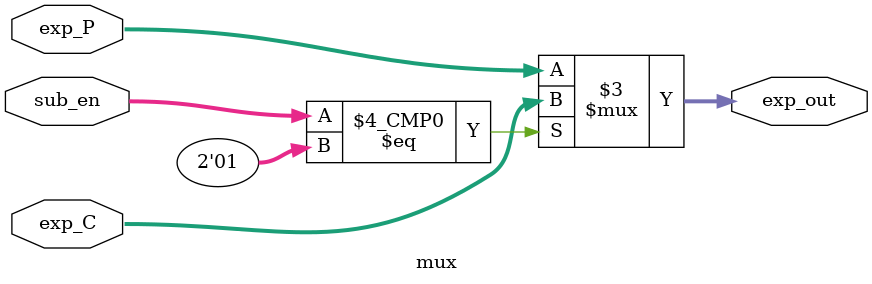
<source format=v>
module mux (exp_P, exp_C, sub_en, exp_out);

    input [7:0] exp_P, exp_C;
    input [1:0] sub_en;
    output reg [7:0] exp_out;

    always @(sub_en or exp_P or exp_C) 
    begin
        case(sub_en)
            2'b00: exp_out = exp_P;
            2'b01: exp_out = exp_C;
            default: exp_out = exp_P;
        endcase
    end

endmodule
</source>
